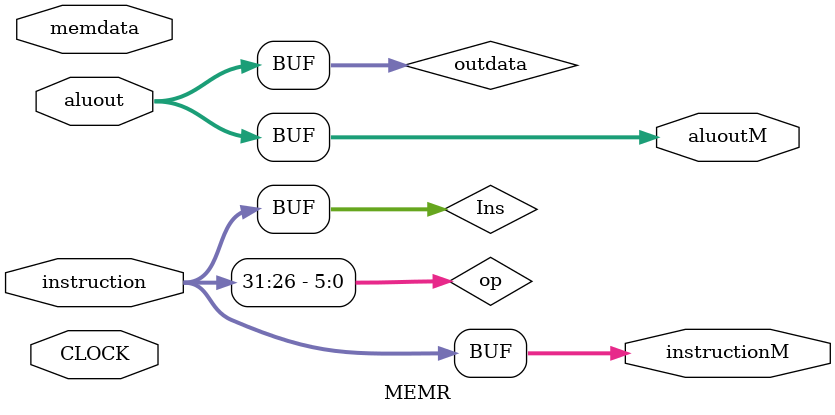
<source format=v>
`timescale 100fs/100fs

module MEMR (
    input CLOCK,
    input signed [31:0] aluout,
    input [31:0] instruction,
    input [31:0] memdata,
    output signed [31:0] aluoutM,
    output [31:0] instructionM
);

reg [5:0] op;
reg [31:0] outdata;
reg [31:0] Ins;
always @(instruction,aluout) begin
    op = instruction[31:26];
    Ins = instruction[31:0];
    case (op)
        100011: begin
            outdata = memdata;
        end
        101011: begin
            outdata = memdata;
        end
        default: begin 
            outdata = aluout;
        end
    endcase
    //$display("%b : %b", outdata, Ins);
end
assign aluoutM[31:0] = outdata[31:0];
assign instructionM[31:0] = Ins[31:0];
endmodule
</source>
